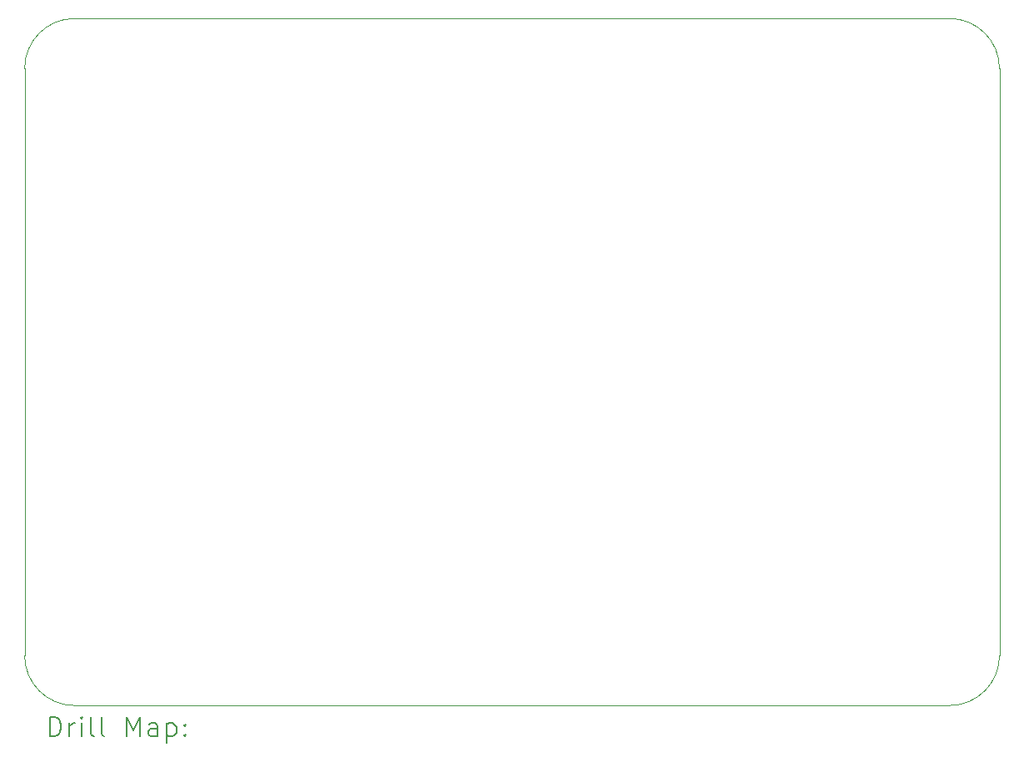
<source format=gbr>
%TF.GenerationSoftware,KiCad,Pcbnew,(6.0.9)*%
%TF.CreationDate,2022-11-19T16:36:24+01:00*%
%TF.ProjectId,IoT12 Control Board,496f5431-3220-4436-9f6e-74726f6c2042,V2.2*%
%TF.SameCoordinates,Original*%
%TF.FileFunction,Drillmap*%
%TF.FilePolarity,Positive*%
%FSLAX45Y45*%
G04 Gerber Fmt 4.5, Leading zero omitted, Abs format (unit mm)*
G04 Created by KiCad (PCBNEW (6.0.9)) date 2022-11-19 16:36:24*
%MOMM*%
%LPD*%
G01*
G04 APERTURE LIST*
%ADD10C,0.050000*%
%ADD11C,0.200000*%
G04 APERTURE END LIST*
D10*
X9652000Y-12700000D02*
X9652000Y-6731000D01*
X10160000Y-6223000D02*
X19050000Y-6223000D01*
X19558000Y-6731000D02*
G75*
G03*
X19050000Y-6223000I-508000J0D01*
G01*
X19050000Y-13208000D02*
X10160000Y-13208000D01*
X9652000Y-12700000D02*
G75*
G03*
X10160000Y-13208000I508000J0D01*
G01*
X10160000Y-6223000D02*
G75*
G03*
X9652000Y-6731000I0J-508000D01*
G01*
X19050000Y-13208000D02*
G75*
G03*
X19558000Y-12700000I0J508000D01*
G01*
X19558000Y-6731000D02*
X19558000Y-12700000D01*
D11*
X9907119Y-13520976D02*
X9907119Y-13320976D01*
X9954738Y-13320976D01*
X9983310Y-13330500D01*
X10002357Y-13349548D01*
X10011881Y-13368595D01*
X10021405Y-13406690D01*
X10021405Y-13435262D01*
X10011881Y-13473357D01*
X10002357Y-13492405D01*
X9983310Y-13511452D01*
X9954738Y-13520976D01*
X9907119Y-13520976D01*
X10107119Y-13520976D02*
X10107119Y-13387643D01*
X10107119Y-13425738D02*
X10116643Y-13406690D01*
X10126167Y-13397167D01*
X10145214Y-13387643D01*
X10164262Y-13387643D01*
X10230929Y-13520976D02*
X10230929Y-13387643D01*
X10230929Y-13320976D02*
X10221405Y-13330500D01*
X10230929Y-13340024D01*
X10240452Y-13330500D01*
X10230929Y-13320976D01*
X10230929Y-13340024D01*
X10354738Y-13520976D02*
X10335690Y-13511452D01*
X10326167Y-13492405D01*
X10326167Y-13320976D01*
X10459500Y-13520976D02*
X10440452Y-13511452D01*
X10430929Y-13492405D01*
X10430929Y-13320976D01*
X10688071Y-13520976D02*
X10688071Y-13320976D01*
X10754738Y-13463833D01*
X10821405Y-13320976D01*
X10821405Y-13520976D01*
X11002357Y-13520976D02*
X11002357Y-13416214D01*
X10992833Y-13397167D01*
X10973786Y-13387643D01*
X10935690Y-13387643D01*
X10916643Y-13397167D01*
X11002357Y-13511452D02*
X10983310Y-13520976D01*
X10935690Y-13520976D01*
X10916643Y-13511452D01*
X10907119Y-13492405D01*
X10907119Y-13473357D01*
X10916643Y-13454309D01*
X10935690Y-13444786D01*
X10983310Y-13444786D01*
X11002357Y-13435262D01*
X11097595Y-13387643D02*
X11097595Y-13587643D01*
X11097595Y-13397167D02*
X11116643Y-13387643D01*
X11154738Y-13387643D01*
X11173786Y-13397167D01*
X11183310Y-13406690D01*
X11192833Y-13425738D01*
X11192833Y-13482881D01*
X11183310Y-13501928D01*
X11173786Y-13511452D01*
X11154738Y-13520976D01*
X11116643Y-13520976D01*
X11097595Y-13511452D01*
X11278548Y-13501928D02*
X11288071Y-13511452D01*
X11278548Y-13520976D01*
X11269024Y-13511452D01*
X11278548Y-13501928D01*
X11278548Y-13520976D01*
X11278548Y-13397167D02*
X11288071Y-13406690D01*
X11278548Y-13416214D01*
X11269024Y-13406690D01*
X11278548Y-13397167D01*
X11278548Y-13416214D01*
M02*

</source>
